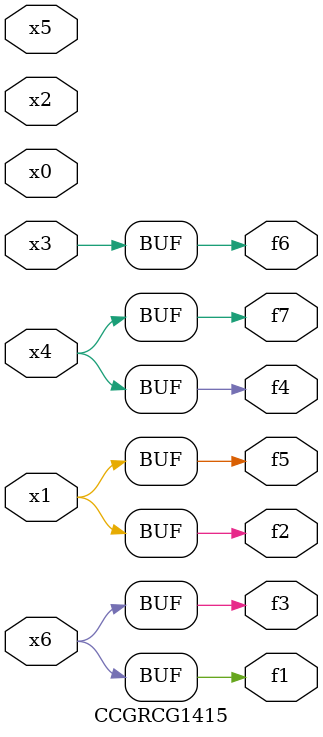
<source format=v>
module CCGRCG1415(
	input x0, x1, x2, x3, x4, x5, x6,
	output f1, f2, f3, f4, f5, f6, f7
);
	assign f1 = x6;
	assign f2 = x1;
	assign f3 = x6;
	assign f4 = x4;
	assign f5 = x1;
	assign f6 = x3;
	assign f7 = x4;
endmodule

</source>
